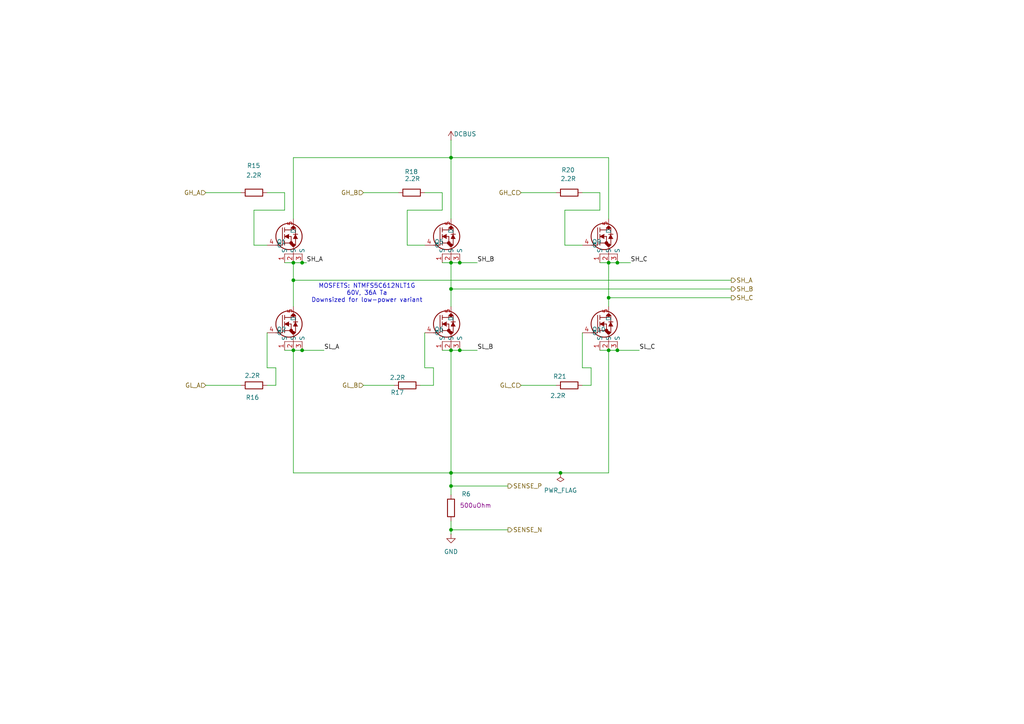
<source format=kicad_sch>
(kicad_sch (version 20231120) (generator "eeschema") (generator_version "8.0")
  (paper "A4")
  (lib_symbols
    (symbol "2024-07-02_05-47-45:NTMFS5C612NLT1G" (pin_names (offset 0.254))
      (property "Reference" "U" (at 11.43 4.445 0))
      (property "Value" "NTMFS5C612NLT1G" (at 11.43 0 0))
      (symbol "NTMFS5C612NLT1G_0_1"
        (polyline (pts (xy 2.54 0) (xy 4.445 0)) (stroke (width 0.2032)))
        (polyline (pts (xy 4.445 0) (xy 4.445 5.08)) (stroke (width 0.2032)))
        (polyline (pts (xy 5.08 -2.54) (xy 10.16 -2.54)) (stroke (width 0.127)))
        (polyline (pts (xy 5.08 0) (xy 5.08 1.27)) (stroke (width 0.2032)))
        (polyline (pts (xy 5.08 0.635) (xy 6.985 0.635)) (stroke (width 0.2032)))
        (polyline (pts (xy 5.08 1.905) (xy 5.08 3.175)) (stroke (width 0.2032)))
        (polyline (pts (xy 5.08 3.81) (xy 5.08 5.08)) (stroke (width 0.2032)))
        (polyline (pts (xy 5.08 4.445) (xy 6.985 4.445)) (stroke (width 0.2032)))
        (polyline (pts (xy 6.35 2.54) (xy 6.985 2.54)) (stroke (width 0.2032)))
        (polyline (pts (xy 6.985 0) (xy 6.985 2.54)) (stroke (width 0.2032)))
        (polyline (pts (xy 6.985 0) (xy 8.255 0)) (stroke (width 0.2032)))
        (polyline (pts (xy 6.985 4.445) (xy 6.985 5.08)) (stroke (width 0.2032)))
        (polyline (pts (xy 6.985 5.08) (xy 8.255 5.08)) (stroke (width 0.2032)))
        (polyline (pts (xy 7.62 -2.54) (xy 7.62 0)) (stroke (width 0.127)))
        (polyline (pts (xy 8.255 0) (xy 8.255 1.905)) (stroke (width 0.2032)))
        (polyline (pts (xy 8.255 3.175) (xy 8.255 5.08)) (stroke (width 0.2032)))
        (polyline (pts (xy 8.89 3.175) (xy 7.62 3.175)) (stroke (width 0.2032)))
        (polyline (pts (xy 6.35 3.175) (xy 5.08 2.54) (xy 6.35 1.905)) (fill (type outline)))
        (polyline (pts (xy 8.89 1.905) (xy 7.62 1.905) (xy 8.255 3.175)) (fill (type outline)))
        (circle (center 6.35 2.54) (radius 3.81) (stroke (width 0.254)))
        (circle (center 6.985 0.635) (radius 0.0254) (stroke (width 0.508)))
        (circle (center 7.62 0) (radius 0.0254) (stroke (width 0.508)))
        (circle (center 7.62 5.08) (radius 0.0254) (stroke (width 0.508)))
      )
      (symbol "NTMFS5C612NLT1G_1_1"
        (pin passive line (at 5.08 -5.08 90) (length 2.54) (name "S") (number "1"))
        (pin passive line (at 7.62 -5.08 90) (length 2.54) (name "S") (number "2"))
        (pin passive line (at 10.16 -5.08 90) (length 2.54) (name "S") (number "3"))
        (pin passive line (at 0 0 0) (length 2.54) (name "G") (number "4"))
        (pin passive line (at 7.62 7.62 270) (length 2.54) (name "D") (number "5"))
      )
    )
    (symbol "Device:R" (pin_numbers hide) (pin_names (offset 0))
      (property "Reference" "R" (at 2.032 0 90))
      (property "Value" "R" (at 0 0 90))
      (symbol "R_0_1"
        (rectangle (start -1.016 -2.54) (end 1.016 2.54) (stroke (width 0.254)))
      )
      (symbol "R_1_1"
        (pin passive line (at 0 3.81 270) (length 1.27) (name "~") (number "1"))
        (pin passive line (at 0 -3.81 90) (length 1.27) (name "~") (number "2"))
      )
    )
    (symbol "NTMFS5C612NLT1G_2" (pin_names (offset 0.254))
      (property "Reference" "U" (at 11.43 4.445 0))
      (property "Value" "NTMFS5C612NLT1G" (at 11.43 0 0))
      (symbol "NTMFS5C612NLT1G_2_0_1"
        (polyline (pts (xy 2.54 0) (xy 4.445 0)) (stroke (width 0.2032)))
        (polyline (pts (xy 4.445 0) (xy 4.445 5.08)) (stroke (width 0.2032)))
        (polyline (pts (xy 5.08 -2.54) (xy 10.16 -2.54)) (stroke (width 0.127)))
        (polyline (pts (xy 5.08 0) (xy 5.08 1.27)) (stroke (width 0.2032)))
        (polyline (pts (xy 5.08 0.635) (xy 6.985 0.635)) (stroke (width 0.2032)))
        (polyline (pts (xy 5.08 1.905) (xy 5.08 3.175)) (stroke (width 0.2032)))
        (polyline (pts (xy 5.08 3.81) (xy 5.08 5.08)) (stroke (width 0.2032)))
        (polyline (pts (xy 5.08 4.445) (xy 6.985 4.445)) (stroke (width 0.2032)))
        (polyline (pts (xy 6.35 2.54) (xy 6.985 2.54)) (stroke (width 0.2032)))
        (polyline (pts (xy 6.985 0) (xy 6.985 2.54)) (stroke (width 0.2032)))
        (polyline (pts (xy 6.985 0) (xy 8.255 0)) (stroke (width 0.2032)))
        (polyline (pts (xy 6.985 4.445) (xy 6.985 5.08)) (stroke (width 0.2032)))
        (polyline (pts (xy 6.985 5.08) (xy 8.255 5.08)) (stroke (width 0.2032)))
        (polyline (pts (xy 7.62 -2.54) (xy 7.62 0)) (stroke (width 0.127)))
        (polyline (pts (xy 8.255 0) (xy 8.255 1.905)) (stroke (width 0.2032)))
        (polyline (pts (xy 8.255 3.175) (xy 8.255 5.08)) (stroke (width 0.2032)))
        (polyline (pts (xy 8.89 3.175) (xy 7.62 3.175)) (stroke (width 0.2032)))
        (polyline (pts (xy 6.35 3.175) (xy 5.08 2.54) (xy 6.35 1.905)) (fill (type outline)))
        (polyline (pts (xy 8.89 1.905) (xy 7.62 1.905) (xy 8.255 3.175)) (fill (type outline)))
        (circle (center 6.35 2.54) (radius 3.81) (stroke (width 0.254)))
        (circle (center 6.985 0.635) (radius 0.0254) (stroke (width 0.508)))
        (circle (center 7.62 0) (radius 0.0254) (stroke (width 0.508)))
        (circle (center 7.62 5.08) (radius 0.0254) (stroke (width 0.508)))
      )
      (symbol "NTMFS5C612NLT1G_2_1_1"
        (pin passive line (at 5.08 -5.08 90) (length 2.54) (name "S") (number "1"))
        (pin passive line (at 7.62 -5.08 90) (length 2.54) (name "S") (number "2"))
        (pin passive line (at 10.16 -5.08 90) (length 2.54) (name "S") (number "3"))
        (pin passive line (at 0 0 0) (length 2.54) (name "G") (number "4"))
        (pin passive line (at 7.62 7.62 270) (length 2.54) (name "D") (number "5"))
      )
    )
    (symbol "NTMFS5C612NLT1G_3" (pin_names (offset 0.254))
      (property "Reference" "U" (at 11.43 4.445 0))
      (property "Value" "NTMFS5C612NLT1G" (at 11.43 0 0))
      (symbol "NTMFS5C612NLT1G_3_0_1"
        (polyline (pts (xy 2.54 0) (xy 4.445 0)) (stroke (width 0.2032)))
        (polyline (pts (xy 4.445 0) (xy 4.445 5.08)) (stroke (width 0.2032)))
        (polyline (pts (xy 5.08 -2.54) (xy 10.16 -2.54)) (stroke (width 0.127)))
        (polyline (pts (xy 5.08 0) (xy 5.08 1.27)) (stroke (width 0.2032)))
        (polyline (pts (xy 5.08 0.635) (xy 6.985 0.635)) (stroke (width 0.2032)))
        (polyline (pts (xy 5.08 1.905) (xy 5.08 3.175)) (stroke (width 0.2032)))
        (polyline (pts (xy 5.08 3.81) (xy 5.08 5.08)) (stroke (width 0.2032)))
        (polyline (pts (xy 5.08 4.445) (xy 6.985 4.445)) (stroke (width 0.2032)))
        (polyline (pts (xy 6.35 2.54) (xy 6.985 2.54)) (stroke (width 0.2032)))
        (polyline (pts (xy 6.985 0) (xy 6.985 2.54)) (stroke (width 0.2032)))
        (polyline (pts (xy 6.985 0) (xy 8.255 0)) (stroke (width 0.2032)))
        (polyline (pts (xy 6.985 4.445) (xy 6.985 5.08)) (stroke (width 0.2032)))
        (polyline (pts (xy 6.985 5.08) (xy 8.255 5.08)) (stroke (width 0.2032)))
        (polyline (pts (xy 7.62 -2.54) (xy 7.62 0)) (stroke (width 0.127)))
        (polyline (pts (xy 8.255 0) (xy 8.255 1.905)) (stroke (width 0.2032)))
        (polyline (pts (xy 8.255 3.175) (xy 8.255 5.08)) (stroke (width 0.2032)))
        (polyline (pts (xy 8.89 3.175) (xy 7.62 3.175)) (stroke (width 0.2032)))
        (polyline (pts (xy 6.35 3.175) (xy 5.08 2.54) (xy 6.35 1.905)) (fill (type outline)))
        (polyline (pts (xy 8.89 1.905) (xy 7.62 1.905) (xy 8.255 3.175)) (fill (type outline)))
        (circle (center 6.35 2.54) (radius 3.81) (stroke (width 0.254)))
        (circle (center 6.985 0.635) (radius 0.0254) (stroke (width 0.508)))
        (circle (center 7.62 0) (radius 0.0254) (stroke (width 0.508)))
        (circle (center 7.62 5.08) (radius 0.0254) (stroke (width 0.508)))
      )
      (symbol "NTMFS5C612NLT1G_3_1_1"
        (pin passive line (at 5.08 -5.08 90) (length 2.54) (name "S") (number "1"))
        (pin passive line (at 7.62 -5.08 90) (length 2.54) (name "S") (number "2"))
        (pin passive line (at 10.16 -5.08 90) (length 2.54) (name "S") (number "3"))
        (pin passive line (at 0 0 0) (length 2.54) (name "G") (number "4"))
        (pin passive line (at 7.62 7.62 270) (length 2.54) (name "D") (number "5"))
      )
    )
    (symbol "NTMFS5C612NLT1G_4" (pin_names (offset 0.254))
      (property "Reference" "U" (at 11.43 4.445 0))
      (property "Value" "NTMFS5C612NLT1G" (at 11.43 0 0))
      (symbol "NTMFS5C612NLT1G_4_0_1"
        (polyline (pts (xy 2.54 0) (xy 4.445 0)) (stroke (width 0.2032)))
        (polyline (pts (xy 4.445 0) (xy 4.445 5.08)) (stroke (width 0.2032)))
        (polyline (pts (xy 5.08 -2.54) (xy 10.16 -2.54)) (stroke (width 0.127)))
        (polyline (pts (xy 5.08 0) (xy 5.08 1.27)) (stroke (width 0.2032)))
        (polyline (pts (xy 5.08 0.635) (xy 6.985 0.635)) (stroke (width 0.2032)))
        (polyline (pts (xy 5.08 1.905) (xy 5.08 3.175)) (stroke (width 0.2032)))
        (polyline (pts (xy 5.08 3.81) (xy 5.08 5.08)) (stroke (width 0.2032)))
        (polyline (pts (xy 5.08 4.445) (xy 6.985 4.445)) (stroke (width 0.2032)))
        (polyline (pts (xy 6.35 2.54) (xy 6.985 2.54)) (stroke (width 0.2032)))
        (polyline (pts (xy 6.985 0) (xy 6.985 2.54)) (stroke (width 0.2032)))
        (polyline (pts (xy 6.985 0) (xy 8.255 0)) (stroke (width 0.2032)))
        (polyline (pts (xy 6.985 4.445) (xy 6.985 5.08)) (stroke (width 0.2032)))
        (polyline (pts (xy 6.985 5.08) (xy 8.255 5.08)) (stroke (width 0.2032)))
        (polyline (pts (xy 7.62 -2.54) (xy 7.62 0)) (stroke (width 0.127)))
        (polyline (pts (xy 8.255 0) (xy 8.255 1.905)) (stroke (width 0.2032)))
        (polyline (pts (xy 8.255 3.175) (xy 8.255 5.08)) (stroke (width 0.2032)))
        (polyline (pts (xy 8.89 3.175) (xy 7.62 3.175)) (stroke (width 0.2032)))
        (polyline (pts (xy 6.35 3.175) (xy 5.08 2.54) (xy 6.35 1.905)) (fill (type outline)))
        (polyline (pts (xy 8.89 1.905) (xy 7.62 1.905) (xy 8.255 3.175)) (fill (type outline)))
        (circle (center 6.35 2.54) (radius 3.81) (stroke (width 0.254)))
        (circle (center 6.985 0.635) (radius 0.0254) (stroke (width 0.508)))
        (circle (center 7.62 0) (radius 0.0254) (stroke (width 0.508)))
        (circle (center 7.62 5.08) (radius 0.0254) (stroke (width 0.508)))
      )
      (symbol "NTMFS5C612NLT1G_4_1_1"
        (pin passive line (at 5.08 -5.08 90) (length 2.54) (name "S") (number "1"))
        (pin passive line (at 7.62 -5.08 90) (length 2.54) (name "S") (number "2"))
        (pin passive line (at 10.16 -5.08 90) (length 2.54) (name "S") (number "3"))
        (pin passive line (at 0 0 0) (length 2.54) (name "G") (number "4"))
        (pin passive line (at 7.62 7.62 270) (length 2.54) (name "D") (number "5"))
      )
    )
    (symbol "power:GND" (power) (pin_numbers hide) (pin_names (offset 0) hide)
      (property "Value" "GND" (at 0 -3.81 0))
      (symbol "GND_0_1"
        (polyline (pts (xy 0 0) (xy 0 -1.27) (xy 1.27 -1.27) (xy 0 -2.54) (xy -1.27 -1.27) (xy 0 -1.27)))
      )
      (symbol "GND_1_1"
        (pin power_in line (at 0 0 270) (length 0) (name "~") (number "1"))
      )
    )
    (symbol "power:PWR_FLAG" (power) (pin_numbers hide) (pin_names (offset 0) hide)
      (property "Value" "PWR_FLAG" (at 0 3.81 0))
      (symbol "PWR_FLAG_0_0"
        (pin power_out line (at 0 0 90) (length 0) (name "~") (number "1"))
      )
      (symbol "PWR_FLAG_0_1"
        (polyline (pts (xy 0 0) (xy 0 1.27) (xy -1.016 1.905) (xy 0 2.54) (xy 1.016 1.905) (xy 0 1.27)))
      )
    )
    (symbol "power:VCCQ" (power) (pin_numbers hide) (pin_names (offset 0) hide)
      (property "Value" "VCCQ" (at 0 3.556 0))
      (symbol "VCCQ_0_1"
        (polyline (pts (xy -0.762 1.27) (xy 0 2.54)))
        (polyline (pts (xy 0 0) (xy 0 2.54)))
        (polyline (pts (xy 0 2.54) (xy 0.762 1.27)))
      )
      (symbol "VCCQ_1_1"
        (pin power_in line (at 0 0 90) (length 0) (name "~") (number "1"))
      )
    )
  )
  (junction (at 130.81 76.2))
  (junction (at 176.53 101.6))
  (junction (at 130.81 83.82))
  (junction (at 130.81 101.6))
  (junction (at 176.53 76.2))
  (junction (at 85.09 81.28))
  (junction (at 133.35 101.6))
  (junction (at 85.09 76.2))
  (junction (at 179.07 76.2))
  (junction (at 130.81 45.72))
  (junction (at 130.81 153.67))
  (junction (at 130.81 137.16))
  (junction (at 130.81 140.97))
  (junction (at 176.53 86.36))
  (junction (at 162.56 137.16))
  (junction (at 133.35 76.2))
  (junction (at 85.09 101.6))
  (junction (at 87.63 101.6))
  (junction (at 87.63 76.2))
  (junction (at 179.07 101.6))
  (wire (pts (xy 176.53 101.6) (xy 176.53 137.16)))
  (wire (pts (xy 130.81 101.6) (xy 130.81 137.16)))
  (wire (pts (xy 130.81 137.16) (xy 130.81 140.97)))
  (wire (pts (xy 125.73 111.76) (xy 125.73 106.68)))
  (wire (pts (xy 130.81 45.72) (xy 176.53 45.72)))
  (wire (pts (xy 128.27 60.96) (xy 118.11 60.96)))
  (wire (pts (xy 179.07 101.6) (xy 176.53 101.6)))
  (wire (pts (xy 130.81 140.97) (xy 147.32 140.97)))
  (wire (pts (xy 168.91 111.76) (xy 171.45 111.76)))
  (wire (pts (xy 88.9 76.2) (xy 87.63 76.2)))
  (wire (pts (xy 128.27 55.88) (xy 128.27 60.96)))
  (wire (pts (xy 130.81 151.13) (xy 130.81 153.67)))
  (wire (pts (xy 93.98 101.6) (xy 87.63 101.6)))
  (wire (pts (xy 130.81 76.2) (xy 128.27 76.2)))
  (wire (pts (xy 77.47 111.76) (xy 80.01 111.76)))
  (wire (pts (xy 77.47 106.68) (xy 80.01 106.68)))
  (wire (pts (xy 77.47 96.52) (xy 77.47 106.68)))
  (wire (pts (xy 130.81 83.82) (xy 130.81 88.9)))
  (wire (pts (xy 173.99 55.88) (xy 173.99 60.96)))
  (wire (pts (xy 82.55 101.6) (xy 85.09 101.6)))
  (wire (pts (xy 151.13 55.88) (xy 161.29 55.88)))
  (wire (pts (xy 163.83 60.96) (xy 163.83 71.12)))
  (wire (pts (xy 85.09 76.2) (xy 85.09 81.28)))
  (wire (pts (xy 105.41 111.76) (xy 114.3 111.76)))
  (wire (pts (xy 118.11 60.96) (xy 118.11 71.12)))
  (wire (pts (xy 87.63 101.6) (xy 85.09 101.6)))
  (wire (pts (xy 82.55 60.96) (xy 73.66 60.96)))
  (wire (pts (xy 176.53 86.36) (xy 212.09 86.36)))
  (wire (pts (xy 138.43 101.6) (xy 133.35 101.6)))
  (wire (pts (xy 130.81 83.82) (xy 212.09 83.82)))
  (wire (pts (xy 176.53 45.72) (xy 176.53 63.5)))
  (wire (pts (xy 82.55 55.88) (xy 82.55 60.96)))
  (wire (pts (xy 85.09 81.28) (xy 212.09 81.28)))
  (wire (pts (xy 123.19 106.68) (xy 125.73 106.68)))
  (wire (pts (xy 138.43 76.2) (xy 133.35 76.2)))
  (wire (pts (xy 130.81 45.72) (xy 130.81 40.64)))
  (wire (pts (xy 130.81 140.97) (xy 130.81 143.51)))
  (wire (pts (xy 130.81 76.2) (xy 130.81 83.82)))
  (wire (pts (xy 85.09 76.2) (xy 82.55 76.2)))
  (wire (pts (xy 171.45 111.76) (xy 171.45 106.68)))
  (wire (pts (xy 123.19 55.88) (xy 128.27 55.88)))
  (wire (pts (xy 85.09 137.16) (xy 130.81 137.16)))
  (wire (pts (xy 176.53 101.6) (xy 173.99 101.6)))
  (wire (pts (xy 121.92 111.76) (xy 125.73 111.76)))
  (wire (pts (xy 130.81 153.67) (xy 130.81 154.94)))
  (wire (pts (xy 130.81 137.16) (xy 162.56 137.16)))
  (wire (pts (xy 168.91 55.88) (xy 173.99 55.88)))
  (wire (pts (xy 80.01 106.68) (xy 80.01 111.76)))
  (wire (pts (xy 59.69 55.88) (xy 69.85 55.88)))
  (wire (pts (xy 73.66 60.96) (xy 73.66 71.12)))
  (wire (pts (xy 77.47 55.88) (xy 82.55 55.88)))
  (wire (pts (xy 73.66 71.12) (xy 77.47 71.12)))
  (wire (pts (xy 133.35 76.2) (xy 130.81 76.2)))
  (wire (pts (xy 173.99 60.96) (xy 163.83 60.96)))
  (wire (pts (xy 85.09 81.28) (xy 85.09 88.9)))
  (wire (pts (xy 176.53 76.2) (xy 173.99 76.2)))
  (wire (pts (xy 168.91 96.52) (xy 168.91 106.68)))
  (wire (pts (xy 85.09 63.5) (xy 85.09 45.72)))
  (wire (pts (xy 130.81 153.67) (xy 147.32 153.67)))
  (wire (pts (xy 168.91 106.68) (xy 171.45 106.68)))
  (wire (pts (xy 85.09 101.6) (xy 85.09 137.16)))
  (wire (pts (xy 162.56 137.16) (xy 176.53 137.16)))
  (wire (pts (xy 85.09 45.72) (xy 130.81 45.72)))
  (wire (pts (xy 182.88 76.2) (xy 179.07 76.2)))
  (wire (pts (xy 151.13 111.76) (xy 161.29 111.76)))
  (wire (pts (xy 163.83 71.12) (xy 168.91 71.12)))
  (wire (pts (xy 59.69 111.76) (xy 69.85 111.76)))
  (wire (pts (xy 118.11 71.12) (xy 123.19 71.12)))
  (wire (pts (xy 176.53 76.2) (xy 176.53 86.36)))
  (wire (pts (xy 123.19 96.52) (xy 123.19 106.68)))
  (wire (pts (xy 185.42 101.6) (xy 179.07 101.6)))
  (wire (pts (xy 133.35 101.6) (xy 130.81 101.6)))
  (wire (pts (xy 130.81 101.6) (xy 128.27 101.6)))
  (wire (pts (xy 105.41 55.88) (xy 115.57 55.88)))
  (wire (pts (xy 179.07 76.2) (xy 176.53 76.2)))
  (wire (pts (xy 176.53 86.36) (xy 176.53 88.9)))
  (wire (pts (xy 130.81 45.72) (xy 130.81 63.5)))
  (wire (pts (xy 87.63 76.2) (xy 85.09 76.2)))
  (text "MOSFETS: NTMFS5C612NLT1G\n60V, 36A Ta\nDownsized for low-power variant" (at 106.426 87.884 0) (effects (font (size 1.27 1.27)) (justify bottom)))
  (label "SL_C" (at 185.42 101.6 0))
  (label "SH_B" (at 138.43 76.2 0))
  (label "SL_A" (at 93.98 101.6 0))
  (label "SL_B" (at 138.43 101.6 0))
  (label "SH_C" (at 182.88 76.2 0))
  (label "SH_A" (at 88.9 76.2 0))
  (hierarchical_label "GL_C" (shape input) (at 151.13 111.76 180))
  (hierarchical_label "GL_B" (shape input) (at 105.41 111.76 180))
  (hierarchical_label "GH_B" (shape input) (at 105.41 55.88 180))
  (hierarchical_label "GL_A" (shape input) (at 59.69 111.76 180))
  (hierarchical_label "SH_A" (shape output) (at 212.09 81.28 0))
  (hierarchical_label "GH_C" (shape input) (at 151.13 55.88 180))
  (hierarchical_label "SH_B" (shape output) (at 212.09 83.82 0))
  (hierarchical_label "SH_C" (shape output) (at 212.09 86.36 0))
  (hierarchical_label "GH_A" (shape input) (at 59.69 55.88 180))
  (hierarchical_label "SENSE_N" (shape output) (at 147.32 153.67 0))
  (hierarchical_label "SENSE_P" (shape output) (at 147.32 140.97 0))
  (symbol (lib_name "NTMFS5C612NLT1G_3") (lib_id "2024-07-02_05-47-45:NTMFS5C612NLT1G") (at 77.47 71.12 0) (unit 1)
    (property "Reference" "Q1" (at 80.264 70.866 0) (effects (justify left bottom)))
    (property "Datasheet" "NTMFS5C612NLT1G" (effects (hide yes)))
    (property "Description" "MOSFET N-CH 30V 13A SO8FL" (effects (hide yes)))
    (property "SUPPLIER 1" "Digi-Key" (effects (hide yes)))
    (property "SUPPLIER PART NUMBER 1" "NTMFS4935NT1GOSCT-ND" (effects (hide yes)))
    (property "MANUFACTURER" "ON Semiconductor" (effects (hide yes)))
    (property "ROHS" "RoHS Compliant" (effects (hide yes)))
    (property "CATEGORY" "Discrete Semiconductor Products" (effects (hide yes)))
    (property "STOCK 1" "932" (effects (hide yes)))
    (property "PRICING 1" "1=0.61, 10=0.541, 100=0.4145, 500=0.3277 (USD)" (effects (hide yes)))
    (property "PACKAGING" "Cut Tape (CT)" (effects (hide yes)))
    (property "PART STATUS" "Active" (effects (hide yes)))
    (property "FET TYPE" "N-Channel" (effects (hide yes)))
    (property "TECHNOLOGY" "MOSFET (Metal Oxide)" (effects (hide yes)))
    (property "DRAIN TO SOURCE VOLTAGE (VDSS)" "30V" (effects (hide yes)))
    (property "CURRENT - CONTINUOUS DRAIN (ID) @ 25°C" "13A (Ta), 93A (Tc)" (effects (hide yes)))
    (property "DRIVE VOLTAGE (MAX RDS ON,  MIN RDS ON)" "4.5V, 10V" (effects (hide yes)))
    (property "VGS(TH) (MAX) @ ID" "2.2V @ 250µA" (effects (hide yes)))
    (property "GATE CHARGE (QG) (MAX) @ VGS" "49.4nC @ 10V" (effects (hide yes)))
    (property "INPUT CAPACITANCE (CISS) (MAX) @ VDS" "4850pF @ 15V" (effects (hide yes)))
    (property "VGS (MAX)" "±20V" (effects (hide yes)))
    (property "FET FEATURE" "-" (effects (hide yes)))
    (property "POWER DISSIPATION (MAX)" "930mW (Ta), 48W (Tc)" (effects (hide yes)))
    (property "RDS ON (MAX) @ ID, VGS" "3.2 mOhm @ 30A, 10V" (effects (hide yes)))
    (property "OPERATING TEMPERATURE" "-55°C ~ 150°C (TJ)" (effects (hide yes)))
    (property "MOUNTING TYPE" "Surface Mount" (effects (hide yes)))
    (property "SUPPLIER DEVICE PACKAGE" "5-DFN (5x6) (8-SOFL)" (effects (hide yes)))
    (property "PACKAGE / CASE" "8-PowerTDFN, 5 Leads" (effects (hide yes)))
    (property "COMPONENTLINK1URL" "http://www.onsemi.com/pub_link/Collateral/NTMFS4935N-D.PDF" (effects (hide yes)))
    (property "COMPONENTLINK1DESCRIPTION" "http://www.onsemi.com/pub_link/Collateral/NTMFS4935N-D.PDF" (effects (hide yes)))
    (property "MANUFACTURER PART NUMBER" "NTMFS4935NT1G" (effects (hide yes)))
    (property "LCSC Part #" "C348543" (effects (hide yes)))
  )
  (symbol (lib_id "Device:R") (at 165.1 111.76 90) (unit 1)
    (property "Reference" "R21" (at 164.338 108.458 90) (effects (justify left bottom)))
    (property "Value" "2.2R" (at 164.084 114.046 90) (effects (justify left bottom)))
    (property "Footprint" "Resistor_SMD:R_0603_1608Metric" (effects (hide yes)))
    (property "Description" "RES SMD 2.2 OHM 1% 1/10W 0603" (effects (hide yes)))
    (property "SUPPLIER 1" "Digi-Key" (effects (hide yes)))
    (property "SUPPLIER PART NUMBER 1" "311-2.2HRCT-ND" (effects (hide yes)))
    (property "MANUFACTURER" "Yageo" (effects (hide yes)))
    (property "MANUFACTURER PART NUMBER" "RC0603FR-072R2L" (effects (hide yes)))
    (property "ROHS" "RoHS Compliant" (effects (hide yes)))
    (property "CATEGORY" "Resistors" (effects (hide yes)))
    (property "STOCK 1" "16531" (effects (hide yes)))
    (property "PRICING 1" "1=0.1, 10=0.02, 25=0.0144, 100=0.0082, 250=0.00624, 500=0.00498, 1000=0.00367, 2500=0.00319 (USD)" (effects (hide yes)))
    (property "PACKAGING" "Cut Tape (CT)" (effects (hide yes)))
    (property "RESISTANCE (OHMS)" "2.2" (effects (hide yes)))
    (property "TOLERANCE" "±1%" (effects (hide yes)))
    (property "POWER (WATTS)" "0.1W, 1/10W" (effects (hide yes)))
    (property "COMPOSITION" "Thick Film" (effects (hide yes)))
    (property "FEATURES" "Moisture Resistant" (effects (hide yes)))
    (property "TEMPERATURE COEFFICIENT" "±200ppm/°C" (effects (hide yes)))
    (property "OPERATING TEMPERATURE" "-55°C ~ 155°C" (effects (hide yes)))
    (property "PACKAGE / CASE" "0603 (1608 Metric)" (effects (hide yes)))
    (property "SUPPLIER DEVICE PACKAGE" "0603" (effects (hide yes)))
    (property "SIZE / DIMENSION" "0.063\" L x 0.031\" W (1.60mm x 0.80mm)" (effects (hide yes)))
    (property "HEIGHT" "0.022\" (0.55mm)" (effects (hide yes)))
    (property "NUMBER OF TERMINATIONS" "2" (effects (hide yes)))
    (property "COMPONENTLINK1URL" "http://www.yageo.com/documents/recent/PYu-RC_Group_51_RoHS_L_04.pdf" (effects (hide yes)))
    (property "COMPONENTLINK1DESCRIPTION" "http://www.yageo.com/documents/recent/PYu-RC_Group_51_RoHS_L_04.pdf" (effects (hide yes)))
    (property "LCSC Part #" "C112307" (effects (hide yes)))
  )
  (symbol (lib_id "Device:R") (at 130.81 147.32 0) (unit 1)
    (property "Reference" "R6" (at 133.858 144.018 0) (effects (justify left bottom)))
    (property "Value" "500uOhm" (effects (hide yes)))
    (property "Footprint" "Resistor_SMD:R_2512_6332Metric" (effects (hide yes)))
    (property "Description" "RES SMD 0.0005 OHM 1% 3W 2512" (effects (hide yes)))
    (property "ALTIUM_VALUE" "500uOhm" (at 133.35 147.32 0) (effects (justify left bottom)))
    (property "SUPPLIER 1" "Digi-Key" (effects (hide yes)))
    (property "SUPPLIER PART NUMBER 1" "696-1183-2-ND" (effects (hide yes)))
    (property "MANUFACTURER" "Riedon" (effects (hide yes)))
    (property "ROHS" "RoHS Compliant" (effects (hide yes)))
    (property "CATEGORY" "Resistors" (effects (hide yes)))
    (property "STOCK" "2000" (effects (hide yes)))
    (property "PRICING 1" "2000=0.19817, 6000=0.1937, 10000=0.187, 50000=0.18148 (USD)" (effects (hide yes)))
    (property "PACKAGING" "Tape & Reel (TR)" (effects (hide yes)))
    (property "PART STATUS" "Active" (effects (hide yes)))
    (property "TOLERANCE" "±1%" (effects (hide yes)))
    (property "POWER (WATTS)" "3W" (effects (hide yes)))
    (property "COMPOSITION" "Metal Element" (effects (hide yes)))
    (property "FEATURES" "Current Sense" (effects (hide yes)))
    (property "TEMPERATURE COEFFICIENT" "±100ppm/°C" (effects (hide yes)))
    (property "OPERATING TEMPERATURE" "-55°C ~ 170°C" (effects (hide yes)))
    (property "PACKAGE / CASE" "2512 (6432 Metric)" (effects (hide yes)))
    (property "SUPPLIER DEVICE PACKAGE" "2512" (effects (hide yes)))
    (property "SIZE / DIMENSION" "0.250\" L x 0.118\" W (6.35mm x 3.00mm)" (effects (hide yes)))
    (property "HEIGHT - SEATED (MAX)" "0.057\" (1.45mm)" (effects (hide yes)))
    (property "FAILURE RATE" "-" (effects (hide yes)))
    (property "COMPONENTLINK1URL" "http://riedon.com/media/pdf/CSR.pdf" (effects (hide yes)))
    (property "COMPONENTLINK1DESCRIPTION" "http://riedon.com/media/pdf/CSR.pdf" (effects (hide yes)))
    (property "SUPPLIER 2" "Digi-Key" (effects (hide yes)))
    (property "SUPPLIER PART NUMBER 2" "696-1183-1-ND" (effects (hide yes)))
    (property "PRICING 2" "1=0.69, 10=0.574, 25=0.4916, 50=0.4426, 100=0.3852, 250=0.3442, 500=0.27864, 1000=0.22536 (USD)" (effects (hide yes)))
    (property "MANUFACTURER PART NUMBER" "CSR2512C0R0005F" (effects (hide yes)))
    (property "LCSC Part #" "C500733 " (effects (hide yes)))
  )
  (symbol (lib_id "Device:R") (at 165.1 55.88 270) (unit 1)
    (property "Reference" "R20" (at 162.814 50.038 90) (effects (justify left bottom)))
    (property "Value" "2.2R" (at 162.56 52.578 90) (effects (justify left bottom)))
    (property "Footprint" "Resistor_SMD:R_0603_1608Metric" (effects (hide yes)))
    (property "Description" "RES SMD 2.2 OHM 1% 1/10W 0603" (effects (hide yes)))
    (property "SUPPLIER 1" "Digi-Key" (effects (hide yes)))
    (property "SUPPLIER PART NUMBER 1" "311-2.2HRCT-ND" (effects (hide yes)))
    (property "MANUFACTURER" "Yageo" (effects (hide yes)))
    (property "MANUFACTURER PART NUMBER" "RC0603FR-072R2L" (effects (hide yes)))
    (property "ROHS" "RoHS Compliant" (effects (hide yes)))
    (property "CATEGORY" "Resistors" (effects (hide yes)))
    (property "STOCK 1" "16531" (effects (hide yes)))
    (property "PRICING 1" "1=0.1, 10=0.02, 25=0.0144, 100=0.0082, 250=0.00624, 500=0.00498, 1000=0.00367, 2500=0.00319 (USD)" (effects (hide yes)))
    (property "PACKAGING" "Cut Tape (CT)" (effects (hide yes)))
    (property "RESISTANCE (OHMS)" "2.2" (effects (hide yes)))
    (property "TOLERANCE" "±1%" (effects (hide yes)))
    (property "POWER (WATTS)" "0.1W, 1/10W" (effects (hide yes)))
    (property "COMPOSITION" "Thick Film" (effects (hide yes)))
    (property "FEATURES" "Moisture Resistant" (effects (hide yes)))
    (property "TEMPERATURE COEFFICIENT" "±200ppm/°C" (effects (hide yes)))
    (property "OPERATING TEMPERATURE" "-55°C ~ 155°C" (effects (hide yes)))
    (property "PACKAGE / CASE" "0603 (1608 Metric)" (effects (hide yes)))
    (property "SUPPLIER DEVICE PACKAGE" "0603" (effects (hide yes)))
    (property "SIZE / DIMENSION" "0.063\" L x 0.031\" W (1.60mm x 0.80mm)" (effects (hide yes)))
    (property "HEIGHT" "0.022\" (0.55mm)" (effects (hide yes)))
    (property "NUMBER OF TERMINATIONS" "2" (effects (hide yes)))
    (property "COMPONENTLINK1URL" "http://www.yageo.com/documents/recent/PYu-RC_Group_51_RoHS_L_04.pdf" (effects (hide yes)))
    (property "COMPONENTLINK1DESCRIPTION" "http://www.yageo.com/documents/recent/PYu-RC_Group_51_RoHS_L_04.pdf" (effects (hide yes)))
    (property "LCSC Part #" "C112307" (effects (hide yes)))
  )
  (symbol (lib_id "Device:R") (at 73.66 55.88 270) (unit 1)
    (property "Reference" "R15" (at 71.628 48.768 90) (effects (justify left bottom)))
    (property "Value" "2.2R" (at 71.374 51.562 90) (effects (justify left bottom)))
    (property "Footprint" "Resistor_SMD:R_0603_1608Metric" (effects (hide yes)))
    (property "Description" "RES SMD 2.2 OHM 1% 1/10W 0603" (effects (hide yes)))
    (property "SUPPLIER 1" "Digi-Key" (effects (hide yes)))
    (property "SUPPLIER PART NUMBER 1" "311-2.2HRCT-ND" (effects (hide yes)))
    (property "MANUFACTURER" "Yageo" (effects (hide yes)))
    (property "MANUFACTURER PART NUMBER" "RC0603FR-072R2L" (effects (hide yes)))
    (property "ROHS" "RoHS Compliant" (effects (hide yes)))
    (property "CATEGORY" "Resistors" (effects (hide yes)))
    (property "STOCK 1" "16531" (effects (hide yes)))
    (property "PRICING 1" "1=0.1, 10=0.02, 25=0.0144, 100=0.0082, 250=0.00624, 500=0.00498, 1000=0.00367, 2500=0.00319 (USD)" (effects (hide yes)))
    (property "PACKAGING" "Cut Tape (CT)" (effects (hide yes)))
    (property "RESISTANCE (OHMS)" "2.2" (effects (hide yes)))
    (property "TOLERANCE" "±1%" (effects (hide yes)))
    (property "POWER (WATTS)" "0.1W, 1/10W" (effects (hide yes)))
    (property "COMPOSITION" "Thick Film" (effects (hide yes)))
    (property "FEATURES" "Moisture Resistant" (effects (hide yes)))
    (property "TEMPERATURE COEFFICIENT" "±200ppm/°C" (effects (hide yes)))
    (property "OPERATING TEMPERATURE" "-55°C ~ 155°C" (effects (hide yes)))
    (property "PACKAGE / CASE" "0603 (1608 Metric)" (effects (hide yes)))
    (property "SUPPLIER DEVICE PACKAGE" "0603" (effects (hide yes)))
    (property "SIZE / DIMENSION" "0.063\" L x 0.031\" W (1.60mm x 0.80mm)" (effects (hide yes)))
    (property "HEIGHT" "0.022\" (0.55mm)" (effects (hide yes)))
    (property "NUMBER OF TERMINATIONS" "2" (effects (hide yes)))
    (property "COMPONENTLINK1URL" "http://www.yageo.com/documents/recent/PYu-RC_Group_51_RoHS_L_04.pdf" (effects (hide yes)))
    (property "COMPONENTLINK1DESCRIPTION" "http://www.yageo.com/documents/recent/PYu-RC_Group_51_RoHS_L_04.pdf" (effects (hide yes)))
    (property "LCSC Part #" "C112307" (effects (hide yes)))
  )
  (symbol (lib_id "Device:R") (at 119.38 55.88 270) (unit 1)
    (property "Reference" "R18" (at 117.348 50.546 90) (effects (justify left bottom)))
    (property "Value" "2.2R" (at 117.348 52.578 90) (effects (justify left bottom)))
    (property "Footprint" "Resistor_SMD:R_0603_1608Metric" (effects (hide yes)))
    (property "Description" "RES SMD 2.2 OHM 1% 1/10W 0603" (effects (hide yes)))
    (property "SUPPLIER 1" "Digi-Key" (effects (hide yes)))
    (property "SUPPLIER PART NUMBER 1" "311-2.2HRCT-ND" (effects (hide yes)))
    (property "MANUFACTURER" "Yageo" (effects (hide yes)))
    (property "MANUFACTURER PART NUMBER" "RC0603FR-072R2L" (effects (hide yes)))
    (property "ROHS" "RoHS Compliant" (effects (hide yes)))
    (property "CATEGORY" "Resistors" (effects (hide yes)))
    (property "STOCK 1" "16531" (effects (hide yes)))
    (property "PRICING 1" "1=0.1, 10=0.02, 25=0.0144, 100=0.0082, 250=0.00624, 500=0.00498, 1000=0.00367, 2500=0.00319 (USD)" (effects (hide yes)))
    (property "PACKAGING" "Cut Tape (CT)" (effects (hide yes)))
    (property "RESISTANCE (OHMS)" "2.2" (effects (hide yes)))
    (property "TOLERANCE" "±1%" (effects (hide yes)))
    (property "POWER (WATTS)" "0.1W, 1/10W" (effects (hide yes)))
    (property "COMPOSITION" "Thick Film" (effects (hide yes)))
    (property "FEATURES" "Moisture Resistant" (effects (hide yes)))
    (property "TEMPERATURE COEFFICIENT" "±200ppm/°C" (effects (hide yes)))
    (property "OPERATING TEMPERATURE" "-55°C ~ 155°C" (effects (hide yes)))
    (property "PACKAGE / CASE" "0603 (1608 Metric)" (effects (hide yes)))
    (property "SUPPLIER DEVICE PACKAGE" "0603" (effects (hide yes)))
    (property "SIZE / DIMENSION" "0.063\" L x 0.031\" W (1.60mm x 0.80mm)" (effects (hide yes)))
    (property "HEIGHT" "0.022\" (0.55mm)" (effects (hide yes)))
    (property "NUMBER OF TERMINATIONS" "2" (effects (hide yes)))
    (property "COMPONENTLINK1URL" "http://www.yageo.com/documents/recent/PYu-RC_Group_51_RoHS_L_04.pdf" (effects (hide yes)))
    (property "COMPONENTLINK1DESCRIPTION" "http://www.yageo.com/documents/recent/PYu-RC_Group_51_RoHS_L_04.pdf" (effects (hide yes)))
    (property "LCSC Part #" "C112307" (effects (hide yes)))
  )
  (symbol (lib_name "NTMFS5C612NLT1G_2") (lib_id "2024-07-02_05-47-45:NTMFS5C612NLT1G") (at 123.19 71.12 0) (unit 1)
    (property "Reference" "Q5" (at 125.984 70.866 0) (effects (justify left bottom)))
    (property "Datasheet" "NTMFS5C612NLT1G" (effects (hide yes)))
    (property "Description" "MOSFET N-CH 30V 13A SO8FL" (effects (hide yes)))
    (property "SUPPLIER 1" "Digi-Key" (effects (hide yes)))
    (property "SUPPLIER PART NUMBER 1" "NTMFS4935NT1GOSCT-ND" (effects (hide yes)))
    (property "MANUFACTURER" "ON Semiconductor" (effects (hide yes)))
    (property "ROHS" "RoHS Compliant" (effects (hide yes)))
    (property "CATEGORY" "Discrete Semiconductor Products" (effects (hide yes)))
    (property "STOCK 1" "932" (effects (hide yes)))
    (property "PRICING 1" "1=0.61, 10=0.541, 100=0.4145, 500=0.3277 (USD)" (effects (hide yes)))
    (property "PACKAGING" "Cut Tape (CT)" (effects (hide yes)))
    (property "PART STATUS" "Active" (effects (hide yes)))
    (property "FET TYPE" "N-Channel" (effects (hide yes)))
    (property "TECHNOLOGY" "MOSFET (Metal Oxide)" (effects (hide yes)))
    (property "DRAIN TO SOURCE VOLTAGE (VDSS)" "30V" (effects (hide yes)))
    (property "CURRENT - CONTINUOUS DRAIN (ID) @ 25°C" "13A (Ta), 93A (Tc)" (effects (hide yes)))
    (property "DRIVE VOLTAGE (MAX RDS ON,  MIN RDS ON)" "4.5V, 10V" (effects (hide yes)))
    (property "VGS(TH) (MAX) @ ID" "2.2V @ 250µA" (effects (hide yes)))
    (property "GATE CHARGE (QG) (MAX) @ VGS" "49.4nC @ 10V" (effects (hide yes)))
    (property "INPUT CAPACITANCE (CISS) (MAX) @ VDS" "4850pF @ 15V" (effects (hide yes)))
    (property "VGS (MAX)" "±20V" (effects (hide yes)))
    (property "FET FEATURE" "-" (effects (hide yes)))
    (property "POWER DISSIPATION (MAX)" "930mW (Ta), 48W (Tc)" (effects (hide yes)))
    (property "RDS ON (MAX) @ ID, VGS" "3.2 mOhm @ 30A, 10V" (effects (hide yes)))
    (property "OPERATING TEMPERATURE" "-55°C ~ 150°C (TJ)" (effects (hide yes)))
    (property "MOUNTING TYPE" "Surface Mount" (effects (hide yes)))
    (property "SUPPLIER DEVICE PACKAGE" "5-DFN (5x6) (8-SOFL)" (effects (hide yes)))
    (property "PACKAGE / CASE" "8-PowerTDFN, 5 Leads" (effects (hide yes)))
    (property "COMPONENTLINK1URL" "http://www.onsemi.com/pub_link/Collateral/NTMFS4935N-D.PDF" (effects (hide yes)))
    (property "COMPONENTLINK1DESCRIPTION" "http://www.onsemi.com/pub_link/Collateral/NTMFS4935N-D.PDF" (effects (hide yes)))
    (property "MANUFACTURER PART NUMBER" "NTMFS4935NT1G" (effects (hide yes)))
  )
  (symbol (lib_id "Device:R") (at 73.66 111.76 90) (unit 1)
    (property "Reference" "R16" (at 75.184 114.554 90) (effects (justify left bottom)))
    (property "Value" "2.2R" (at 75.438 108.204 90) (effects (justify left bottom)))
    (property "Footprint" "Resistor_SMD:R_0603_1608Metric" (effects (hide yes)))
    (property "Description" "RES SMD 2.2 OHM 1% 1/10W 0603" (effects (hide yes)))
    (property "SUPPLIER 1" "Digi-Key" (effects (hide yes)))
    (property "SUPPLIER PART NUMBER 1" "311-2.2HRCT-ND" (effects (hide yes)))
    (property "MANUFACTURER" "Yageo" (effects (hide yes)))
    (property "MANUFACTURER PART NUMBER" "RC0603FR-072R2L" (effects (hide yes)))
    (property "ROHS" "RoHS Compliant" (effects (hide yes)))
    (property "CATEGORY" "Resistors" (effects (hide yes)))
    (property "STOCK 1" "16531" (effects (hide yes)))
    (property "PRICING 1" "1=0.1, 10=0.02, 25=0.0144, 100=0.0082, 250=0.00624, 500=0.00498, 1000=0.00367, 2500=0.00319 (USD)" (effects (hide yes)))
    (property "PACKAGING" "Cut Tape (CT)" (effects (hide yes)))
    (property "RESISTANCE (OHMS)" "2.2" (effects (hide yes)))
    (property "TOLERANCE" "±1%" (effects (hide yes)))
    (property "POWER (WATTS)" "0.1W, 1/10W" (effects (hide yes)))
    (property "COMPOSITION" "Thick Film" (effects (hide yes)))
    (property "FEATURES" "Moisture Resistant" (effects (hide yes)))
    (property "TEMPERATURE COEFFICIENT" "±200ppm/°C" (effects (hide yes)))
    (property "OPERATING TEMPERATURE" "-55°C ~ 155°C" (effects (hide yes)))
    (property "PACKAGE / CASE" "0603 (1608 Metric)" (effects (hide yes)))
    (property "SUPPLIER DEVICE PACKAGE" "0603" (effects (hide yes)))
    (property "SIZE / DIMENSION" "0.063\" L x 0.031\" W (1.60mm x 0.80mm)" (effects (hide yes)))
    (property "HEIGHT" "0.022\" (0.55mm)" (effects (hide yes)))
    (property "NUMBER OF TERMINATIONS" "2" (effects (hide yes)))
    (property "COMPONENTLINK1URL" "http://www.yageo.com/documents/recent/PYu-RC_Group_51_RoHS_L_04.pdf" (effects (hide yes)))
    (property "COMPONENTLINK1DESCRIPTION" "http://www.yageo.com/documents/recent/PYu-RC_Group_51_RoHS_L_04.pdf" (effects (hide yes)))
    (property "LCSC Part #" "C112307" (effects (hide yes)))
  )
  (symbol (lib_id "Device:R") (at 118.11 111.76 270) (unit 1)
    (property "Reference" "R17" (at 113.284 114.554 90) (effects (justify left bottom)))
    (property "Value" "2.2R" (at 113.03 110.236 90) (effects (justify left bottom)))
    (property "Footprint" "Resistor_SMD:R_0603_1608Metric" (effects (hide yes)))
    (property "Description" "RES SMD 2.2 OHM 1% 1/10W 0603" (effects (hide yes)))
    (property "SUPPLIER 1" "Digi-Key" (effects (hide yes)))
    (property "SUPPLIER PART NUMBER 1" "311-2.2HRCT-ND" (effects (hide yes)))
    (property "MANUFACTURER" "Yageo" (effects (hide yes)))
    (property "MANUFACTURER PART NUMBER" "RC0603FR-072R2L" (effects (hide yes)))
    (property "ROHS" "RoHS Compliant" (effects (hide yes)))
    (property "CATEGORY" "Resistors" (effects (hide yes)))
    (property "STOCK 1" "16531" (effects (hide yes)))
    (property "PRICING 1" "1=0.1, 10=0.02, 25=0.0144, 100=0.0082, 250=0.00624, 500=0.00498, 1000=0.00367, 2500=0.00319 (USD)" (effects (hide yes)))
    (property "PACKAGING" "Cut Tape (CT)" (effects (hide yes)))
    (property "RESISTANCE (OHMS)" "2.2" (effects (hide yes)))
    (property "TOLERANCE" "±1%" (effects (hide yes)))
    (property "POWER (WATTS)" "0.1W, 1/10W" (effects (hide yes)))
    (property "COMPOSITION" "Thick Film" (effects (hide yes)))
    (property "FEATURES" "Moisture Resistant" (effects (hide yes)))
    (property "TEMPERATURE COEFFICIENT" "±200ppm/°C" (effects (hide yes)))
    (property "OPERATING TEMPERATURE" "-55°C ~ 155°C" (effects (hide yes)))
    (property "PACKAGE / CASE" "0603 (1608 Metric)" (effects (hide yes)))
    (property "SUPPLIER DEVICE PACKAGE" "0603" (effects (hide yes)))
    (property "SIZE / DIMENSION" "0.063\" L x 0.031\" W (1.60mm x 0.80mm)" (effects (hide yes)))
    (property "HEIGHT" "0.022\" (0.55mm)" (effects (hide yes)))
    (property "NUMBER OF TERMINATIONS" "2" (effects (hide yes)))
    (property "COMPONENTLINK1URL" "http://www.yageo.com/documents/recent/PYu-RC_Group_51_RoHS_L_04.pdf" (effects (hide yes)))
    (property "COMPONENTLINK1DESCRIPTION" "http://www.yageo.com/documents/recent/PYu-RC_Group_51_RoHS_L_04.pdf" (effects (hide yes)))
    (property "LCSC Part #" "C112307" (effects (hide yes)))
  )
  (symbol (lib_id "power:GND") (at 130.81 154.94 0) (unit 1)
    (property "Reference" "#PWR045" (effects (hide yes)))
    (property "Value" "GND" (at 130.81 160.02 0))
    (property "Description" "Power symbol creates a global label with name \"GND\" , ground" (effects (hide yes)))
  )
  (symbol (lib_id "2024-07-02_05-47-45:NTMFS5C612NLT1G") (at 123.19 96.52 0) (unit 1)
    (property "Reference" "Q6" (at 125.984 96.266 0) (effects (justify left bottom)))
    (property "Datasheet" "NTMFS5C612NLT1G" (effects (hide yes)))
    (property "Description" "MOSFET N-CH 30V 13A SO8FL" (effects (hide yes)))
    (property "SUPPLIER 1" "Digi-Key" (effects (hide yes)))
    (property "SUPPLIER PART NUMBER 1" "NTMFS4935NT1GOSCT-ND" (effects (hide yes)))
    (property "MANUFACTURER" "ON Semiconductor" (effects (hide yes)))
    (property "ROHS" "RoHS Compliant" (effects (hide yes)))
    (property "CATEGORY" "Discrete Semiconductor Products" (effects (hide yes)))
    (property "STOCK 1" "932" (effects (hide yes)))
    (property "PRICING 1" "1=0.61, 10=0.541, 100=0.4145, 500=0.3277 (USD)" (effects (hide yes)))
    (property "PACKAGING" "Cut Tape (CT)" (effects (hide yes)))
    (property "PART STATUS" "Active" (effects (hide yes)))
    (property "FET TYPE" "N-Channel" (effects (hide yes)))
    (property "TECHNOLOGY" "MOSFET (Metal Oxide)" (effects (hide yes)))
    (property "DRAIN TO SOURCE VOLTAGE (VDSS)" "30V" (effects (hide yes)))
    (property "CURRENT - CONTINUOUS DRAIN (ID) @ 25°C" "13A (Ta), 93A (Tc)" (effects (hide yes)))
    (property "DRIVE VOLTAGE (MAX RDS ON,  MIN RDS ON)" "4.5V, 10V" (effects (hide yes)))
    (property "VGS(TH) (MAX) @ ID" "2.2V @ 250µA" (effects (hide yes)))
    (property "GATE CHARGE (QG) (MAX) @ VGS" "49.4nC @ 10V" (effects (hide yes)))
    (property "INPUT CAPACITANCE (CISS) (MAX) @ VDS" "4850pF @ 15V" (effects (hide yes)))
    (property "VGS (MAX)" "±20V" (effects (hide yes)))
    (property "FET FEATURE" "-" (effects (hide yes)))
    (property "POWER DISSIPATION (MAX)" "930mW (Ta), 48W (Tc)" (effects (hide yes)))
    (property "RDS ON (MAX) @ ID, VGS" "3.2 mOhm @ 30A, 10V" (effects (hide yes)))
    (property "OPERATING TEMPERATURE" "-55°C ~ 150°C (TJ)" (effects (hide yes)))
    (property "MOUNTING TYPE" "Surface Mount" (effects (hide yes)))
    (property "SUPPLIER DEVICE PACKAGE" "5-DFN (5x6) (8-SOFL)" (effects (hide yes)))
    (property "PACKAGE / CASE" "8-PowerTDFN, 5 Leads" (effects (hide yes)))
    (property "COMPONENTLINK1URL" "http://www.onsemi.com/pub_link/Collateral/NTMFS4935N-D.PDF" (effects (hide yes)))
    (property "COMPONENTLINK1DESCRIPTION" "http://www.onsemi.com/pub_link/Collateral/NTMFS4935N-D.PDF" (effects (hide yes)))
    (property "MANUFACTURER PART NUMBER" "NTMFS4935NT1G" (effects (hide yes)))
    (property "Sim.Device" "NMOS" (effects (hide yes)))
    (property "Sim.Type" "VDMOS" (effects (hide yes)))
    (property "Sim.Pins" "1=D 2=G 3=S" (effects (hide yes)))
  )
  (symbol (lib_id "power:PWR_FLAG") (at 162.56 137.16 180) (unit 1)
    (property "Reference" "#FLG011" (effects (hide yes)))
    (property "Value" "PWR_FLAG" (at 162.56 142.24 0))
    (property "Description" "Special symbol for telling ERC where power comes from" (effects (hide yes)))
  )
  (symbol (lib_name "NTMFS5C612NLT1G_4") (lib_id "2024-07-02_05-47-45:NTMFS5C612NLT1G") (at 168.91 71.12 0) (unit 1)
    (property "Reference" "Q9" (at 171.704 70.866 0) (effects (justify left bottom)))
    (property "Datasheet" "NTMFS5C612NLT1G" (effects (hide yes)))
    (property "Description" "MOSFET N-CH 30V 13A SO8FL" (effects (hide yes)))
    (property "SUPPLIER 1" "Digi-Key" (effects (hide yes)))
    (property "SUPPLIER PART NUMBER 1" "NTMFS4935NT1GOSCT-ND" (effects (hide yes)))
    (property "MANUFACTURER" "ON Semiconductor" (effects (hide yes)))
    (property "ROHS" "RoHS Compliant" (effects (hide yes)))
    (property "CATEGORY" "Discrete Semiconductor Products" (effects (hide yes)))
    (property "STOCK 1" "932" (effects (hide yes)))
    (property "PRICING 1" "1=0.61, 10=0.541, 100=0.4145, 500=0.3277 (USD)" (effects (hide yes)))
    (property "PACKAGING" "Cut Tape (CT)" (effects (hide yes)))
    (property "PART STATUS" "Active" (effects (hide yes)))
    (property "FET TYPE" "N-Channel" (effects (hide yes)))
    (property "TECHNOLOGY" "MOSFET (Metal Oxide)" (effects (hide yes)))
    (property "DRAIN TO SOURCE VOLTAGE (VDSS)" "30V" (effects (hide yes)))
    (property "CURRENT - CONTINUOUS DRAIN (ID) @ 25°C" "13A (Ta), 93A (Tc)" (effects (hide yes)))
    (property "DRIVE VOLTAGE (MAX RDS ON,  MIN RDS ON)" "4.5V, 10V" (effects (hide yes)))
    (property "VGS(TH) (MAX) @ ID" "2.2V @ 250µA" (effects (hide yes)))
    (property "GATE CHARGE (QG) (MAX) @ VGS" "49.4nC @ 10V" (effects (hide yes)))
    (property "INPUT CAPACITANCE (CISS) (MAX) @ VDS" "4850pF @ 15V" (effects (hide yes)))
    (property "VGS (MAX)" "±20V" (effects (hide yes)))
    (property "FET FEATURE" "-" (effects (hide yes)))
    (property "POWER DISSIPATION (MAX)" "930mW (Ta), 48W (Tc)" (effects (hide yes)))
    (property "RDS ON (MAX) @ ID, VGS" "3.2 mOhm @ 30A, 10V" (effects (hide yes)))
    (property "OPERATING TEMPERATURE" "-55°C ~ 150°C (TJ)" (effects (hide yes)))
    (property "MOUNTING TYPE" "Surface Mount" (effects (hide yes)))
    (property "SUPPLIER DEVICE PACKAGE" "5-DFN (5x6) (8-SOFL)" (effects (hide yes)))
    (property "PACKAGE / CASE" "8-PowerTDFN, 5 Leads" (effects (hide yes)))
    (property "COMPONENTLINK1URL" "http://www.onsemi.com/pub_link/Collateral/NTMFS4935N-D.PDF" (effects (hide yes)))
    (property "COMPONENTLINK1DESCRIPTION" "http://www.onsemi.com/pub_link/Collateral/NTMFS4935N-D.PDF" (effects (hide yes)))
    (property "MANUFACTURER PART NUMBER" "NTMFS4935NT1G" (effects (hide yes)))
  )
  (symbol (lib_id "power:VCCQ") (at 130.81 40.64 0) (unit 1)
    (property "Reference" "#PWR044" (effects (hide yes)))
    (property "Value" "DCBUS" (at 134.874 38.862 0))
    (property "Description" "Power symbol creates a global label with name \"VCCQ\"" (effects (hide yes)))
  )
  (symbol (lib_id "2024-07-02_05-47-45:NTMFS5C612NLT1G") (at 168.91 96.52 0) (unit 1)
    (property "Reference" "Q10" (at 171.704 96.266 0) (effects (justify left bottom)))
    (property "Datasheet" "NTMFS5C612NLT1G" (effects (hide yes)))
    (property "Description" "MOSFET N-CH 30V 13A SO8FL" (effects (hide yes)))
    (property "SUPPLIER 1" "Digi-Key" (effects (hide yes)))
    (property "SUPPLIER PART NUMBER 1" "NTMFS4935NT1GOSCT-ND" (effects (hide yes)))
    (property "MANUFACTURER" "ON Semiconductor" (effects (hide yes)))
    (property "ROHS" "RoHS Compliant" (effects (hide yes)))
    (property "CATEGORY" "Discrete Semiconductor Products" (effects (hide yes)))
    (property "STOCK 1" "932" (effects (hide yes)))
    (property "PRICING 1" "1=0.61, 10=0.541, 100=0.4145, 500=0.3277 (USD)" (effects (hide yes)))
    (property "PACKAGING" "Cut Tape (CT)" (effects (hide yes)))
    (property "PART STATUS" "Active" (effects (hide yes)))
    (property "FET TYPE" "N-Channel" (effects (hide yes)))
    (property "TECHNOLOGY" "MOSFET (Metal Oxide)" (effects (hide yes)))
    (property "DRAIN TO SOURCE VOLTAGE (VDSS)" "30V" (effects (hide yes)))
    (property "CURRENT - CONTINUOUS DRAIN (ID) @ 25°C" "13A (Ta), 93A (Tc)" (effects (hide yes)))
    (property "DRIVE VOLTAGE (MAX RDS ON,  MIN RDS ON)" "4.5V, 10V" (effects (hide yes)))
    (property "VGS(TH) (MAX) @ ID" "2.2V @ 250µA" (effects (hide yes)))
    (property "GATE CHARGE (QG) (MAX) @ VGS" "49.4nC @ 10V" (effects (hide yes)))
    (property "INPUT CAPACITANCE (CISS) (MAX) @ VDS" "4850pF @ 15V" (effects (hide yes)))
    (property "VGS (MAX)" "±20V" (effects (hide yes)))
    (property "FET FEATURE" "-" (effects (hide yes)))
    (property "POWER DISSIPATION (MAX)" "930mW (Ta), 48W (Tc)" (effects (hide yes)))
    (property "RDS ON (MAX) @ ID, VGS" "3.2 mOhm @ 30A, 10V" (effects (hide yes)))
    (property "OPERATING TEMPERATURE" "-55°C ~ 150°C (TJ)" (effects (hide yes)))
    (property "MOUNTING TYPE" "Surface Mount" (effects (hide yes)))
    (property "SUPPLIER DEVICE PACKAGE" "5-DFN (5x6) (8-SOFL)" (effects (hide yes)))
    (property "PACKAGE / CASE" "8-PowerTDFN, 5 Leads" (effects (hide yes)))
    (property "COMPONENTLINK1URL" "http://www.onsemi.com/pub_link/Collateral/NTMFS4935N-D.PDF" (effects (hide yes)))
    (property "COMPONENTLINK1DESCRIPTION" "http://www.onsemi.com/pub_link/Collateral/NTMFS4935N-D.PDF" (effects (hide yes)))
    (property "MANUFACTURER PART NUMBER" "NTMFS4935NT1G" (effects (hide yes)))
    (property "Sim.Device" "NMOS" (effects (hide yes)))
    (property "Sim.Type" "VDMOS" (effects (hide yes)))
    (property "Sim.Pins" "1=D 2=G 3=S" (effects (hide yes)))
  )
  (symbol (lib_id "2024-07-02_05-47-45:NTMFS5C612NLT1G") (at 77.47 96.52 0) (unit 1)
    (property "Reference" "Q2" (at 80.264 96.266 0) (effects (justify left bottom)))
    (property "Datasheet" "NTMFS5C612NLT1G" (effects (hide yes)))
    (property "Description" "MOSFET N-CH 30V 13A SO8FL" (effects (hide yes)))
    (property "SUPPLIER 1" "Digi-Key" (effects (hide yes)))
    (property "SUPPLIER PART NUMBER 1" "NTMFS4935NT1GOSCT-ND" (effects (hide yes)))
    (property "MANUFACTURER" "ON Semiconductor" (effects (hide yes)))
    (property "ROHS" "RoHS Compliant" (effects (hide yes)))
    (property "CATEGORY" "Discrete Semiconductor Products" (effects (hide yes)))
    (property "STOCK 1" "932" (effects (hide yes)))
    (property "PRICING 1" "1=0.61, 10=0.541, 100=0.4145, 500=0.3277 (USD)" (effects (hide yes)))
    (property "PACKAGING" "Cut Tape (CT)" (effects (hide yes)))
    (property "PART STATUS" "Active" (effects (hide yes)))
    (property "FET TYPE" "N-Channel" (effects (hide yes)))
    (property "TECHNOLOGY" "MOSFET (Metal Oxide)" (effects (hide yes)))
    (property "DRAIN TO SOURCE VOLTAGE (VDSS)" "30V" (effects (hide yes)))
    (property "CURRENT - CONTINUOUS DRAIN (ID) @ 25°C" "13A (Ta), 93A (Tc)" (effects (hide yes)))
    (property "DRIVE VOLTAGE (MAX RDS ON,  MIN RDS ON)" "4.5V, 10V" (effects (hide yes)))
    (property "VGS(TH) (MAX) @ ID" "2.2V @ 250µA" (effects (hide yes)))
    (property "GATE CHARGE (QG) (MAX) @ VGS" "49.4nC @ 10V" (effects (hide yes)))
    (property "INPUT CAPACITANCE (CISS) (MAX) @ VDS" "4850pF @ 15V" (effects (hide yes)))
    (property "VGS (MAX)" "±20V" (effects (hide yes)))
    (property "FET FEATURE" "-" (effects (hide yes)))
    (property "POWER DISSIPATION (MAX)" "930mW (Ta), 48W (Tc)" (effects (hide yes)))
    (property "RDS ON (MAX) @ ID, VGS" "3.2 mOhm @ 30A, 10V" (effects (hide yes)))
    (property "OPERATING TEMPERATURE" "-55°C ~ 150°C (TJ)" (effects (hide yes)))
    (property "MOUNTING TYPE" "Surface Mount" (effects (hide yes)))
    (property "SUPPLIER DEVICE PACKAGE" "5-DFN (5x6) (8-SOFL)" (effects (hide yes)))
    (property "PACKAGE / CASE" "8-PowerTDFN, 5 Leads" (effects (hide yes)))
    (property "COMPONENTLINK1URL" "http://www.onsemi.com/pub_link/Collateral/NTMFS4935N-D.PDF" (effects (hide yes)))
    (property "COMPONENTLINK1DESCRIPTION" "http://www.onsemi.com/pub_link/Collateral/NTMFS4935N-D.PDF" (effects (hide yes)))
    (property "MANUFACTURER PART NUMBER" "NTMFS4935NT1G" (effects (hide yes)))
    (property "Sim.Device" "NMOS" (effects (hide yes)))
    (property "Sim.Type" "VDMOS" (effects (hide yes)))
    (property "Sim.Pins" "`" (effects (hide yes)))
  )
)
</source>
